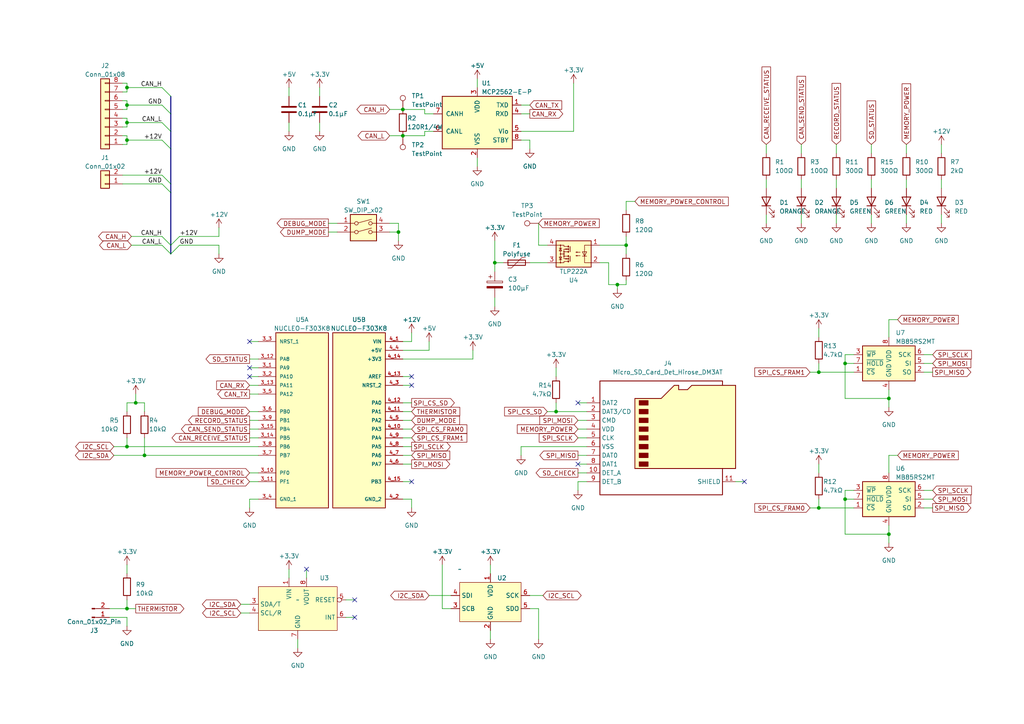
<source format=kicad_sch>
(kicad_sch (version 20230121) (generator eeschema)
  (paper "A4")
  (lib_symbols
    (symbol "Akizuki_BME280_Module:BME280"
      (property "Reference" "U" (at 12.7 2.54 0))
      (symbol "BME280_1_1"
        (pin power_in line (at 8.89 2.54 270) (length 2.54) (name "VDD") (number "1"))
        (pin power_in line (at 8.89 -13.97 90) (length 2.54) (name "GND") (number "2"))
        (pin power_in line (at -2.54 -7.62 0) (length 2.54) (name "SCB") (number "3"))
        (pin input line (at -2.54 -3.81 0) (length 2.54) (name "SDI") (number "4"))
        (pin output line (at 20.32 -7.62 180) (length 2.54) (name "SDO") (number "5"))
        (pin input line (at 20.32 -3.81 180) (length 2.54) (name "SCK") (number "6"))
      )
    )
    (symbol "Akizuki_BNO055_Module:BNO055"
      (property "Reference" "U" (at 6.35 5.08 0))
      (symbol "BNO055_1_1"
        (pin power_in line (at -2.54 6.35 270) (length 2.54) (name "VIN") (number "1"))
        (pin bidirectional line (at -13.97 -1.27 0) (length 2.54) (name "SDA/T") (number "3"))
        (pin bidirectional line (at -13.97 -3.81 0) (length 2.54) (name "SCL/R") (number "4"))
        (pin input inverted (at 13.97 0 180) (length 2.54) (name "RESET") (number "5"))
        (pin output line (at 13.97 -5.08 180) (length 2.54) (name "INT") (number "6"))
        (pin power_in line (at 0 -11.43 90) (length 2.54) (name "GND") (number "7"))
        (pin power_out line (at 2.54 6.35 270) (length 2.54) (name "VOUT") (number "8"))
      )
    )
    (symbol "Connector:Conn_01x02_Pin" (pin_names (offset 1.016) hide)
      (property "Reference" "J" (at 0 2.54 0))
      (property "Value" "Conn_01x02_Pin" (at 0 -5.08 0))
      (symbol "Conn_01x02_Pin_1_1"
        (pin passive line (at 5.08 0 180) (length 3.81) (name "Pin_1") (number "1"))
        (pin passive line (at 5.08 -2.54 180) (length 3.81) (name "Pin_2") (number "2"))
      )
    )
    (symbol "Connector:Micro_SD_Card_Det_Hirose_DM3AT"
      (property "Reference" "J" (at -16.51 17.78 0))
      (property "Value" "Micro_SD_Card_Det_Hirose_DM3AT" (at 16.51 17.78 0))
      (symbol "Micro_SD_Card_Det_Hirose_DM3AT_1_1"
        (pin bidirectional line (at -22.86 10.16 0) (length 3.81) (name "DAT2") (number "1"))
        (pin passive line (at -22.86 -10.16 0) (length 3.81) (name "DET_A") (number "10"))
        (pin passive line (at 20.32 -12.7 180) (length 3.81) (name "SHIELD") (number "11"))
        (pin bidirectional line (at -22.86 7.62 0) (length 3.81) (name "DAT3/CD") (number "2"))
        (pin input line (at -22.86 5.08 0) (length 3.81) (name "CMD") (number "3"))
        (pin power_in line (at -22.86 2.54 0) (length 3.81) (name "VDD") (number "4"))
        (pin input line (at -22.86 0 0) (length 3.81) (name "CLK") (number "5"))
        (pin power_in line (at -22.86 -2.54 0) (length 3.81) (name "VSS") (number "6"))
        (pin bidirectional line (at -22.86 -5.08 0) (length 3.81) (name "DAT0") (number "7"))
        (pin bidirectional line (at -22.86 -7.62 0) (length 3.81) (name "DAT1") (number "8"))
        (pin passive line (at -22.86 -12.7 0) (length 3.81) (name "DET_B") (number "9"))
      )
    )
    (symbol "Connector:TestPoint" (pin_numbers hide) (pin_names (offset 0.762) hide)
      (property "Reference" "TP" (at 0 6.858 0))
      (property "Value" "TestPoint" (at 0 5.08 0))
      (symbol "TestPoint_1_1"
        (pin passive line (at 0 0 90) (length 2.54) (name "1") (number "1"))
      )
    )
    (symbol "Connector_Generic:Conn_01x02" (pin_names (offset 1.016) hide)
      (property "Reference" "J" (at 0 2.54 0))
      (property "Value" "Conn_01x02" (at 0 -5.08 0))
      (symbol "Conn_01x02_1_1"
        (pin passive line (at -5.08 0 0) (length 3.81) (name "Pin_1") (number "1"))
        (pin passive line (at -5.08 -2.54 0) (length 3.81) (name "Pin_2") (number "2"))
      )
    )
    (symbol "Connector_Generic:Conn_01x08" (pin_names (offset 1.016) hide)
      (property "Reference" "J" (at 0 10.16 0))
      (property "Value" "Conn_01x08" (at 0 -12.7 0))
      (symbol "Conn_01x08_1_1"
        (pin passive line (at -5.08 7.62 0) (length 3.81) (name "Pin_1") (number "1"))
        (pin passive line (at -5.08 5.08 0) (length 3.81) (name "Pin_2") (number "2"))
        (pin passive line (at -5.08 2.54 0) (length 3.81) (name "Pin_3") (number "3"))
        (pin passive line (at -5.08 0 0) (length 3.81) (name "Pin_4") (number "4"))
        (pin passive line (at -5.08 -2.54 0) (length 3.81) (name "Pin_5") (number "5"))
        (pin passive line (at -5.08 -5.08 0) (length 3.81) (name "Pin_6") (number "6"))
        (pin passive line (at -5.08 -7.62 0) (length 3.81) (name "Pin_7") (number "7"))
        (pin passive line (at -5.08 -10.16 0) (length 3.81) (name "Pin_8") (number "8"))
      )
    )
    (symbol "Device:C" (pin_numbers hide) (pin_names (offset 0.254))
      (property "Reference" "C" (at 0.635 2.54 0))
      (property "Value" "C" (at 0.635 -2.54 0))
      (symbol "C_1_1"
        (pin passive line (at 0 3.81 270) (length 2.794) (name "~") (number "1"))
        (pin passive line (at 0 -3.81 90) (length 2.794) (name "~") (number "2"))
      )
    )
    (symbol "Device:C_Polarized" (pin_numbers hide) (pin_names (offset 0.254))
      (property "Reference" "C" (at 0.635 2.54 0))
      (property "Value" "C_Polarized" (at 0.635 -2.54 0))
      (symbol "C_Polarized_1_1"
        (pin passive line (at 0 3.81 270) (length 2.794) (name "~") (number "1"))
        (pin passive line (at 0 -3.81 90) (length 2.794) (name "~") (number "2"))
      )
    )
    (symbol "Device:LED" (pin_numbers hide) (pin_names (offset 1.016) hide)
      (property "Reference" "D" (at 0 2.54 0))
      (property "Value" "LED" (at 0 -2.54 0))
      (symbol "LED_1_1"
        (pin passive line (at -3.81 0 0) (length 2.54) (name "K") (number "1"))
        (pin passive line (at 3.81 0 180) (length 2.54) (name "A") (number "2"))
      )
    )
    (symbol "Device:Polyfuse" (pin_numbers hide) (pin_names (offset 0))
      (property "Reference" "F" (at -2.54 0 90))
      (property "Value" "Polyfuse" (at 2.54 0 90))
      (symbol "Polyfuse_1_1"
        (pin passive line (at 0 3.81 270) (length 1.27) (name "~") (number "1"))
        (pin passive line (at 0 -3.81 90) (length 1.27) (name "~") (number "2"))
      )
    )
    (symbol "Device:R" (pin_numbers hide) (pin_names (offset 0))
      (property "Reference" "R" (at 2.032 0 90))
      (property "Value" "R" (at 0 0 90))
      (symbol "R_1_1"
        (pin passive line (at 0 3.81 270) (length 1.27) (name "~") (number "1"))
        (pin passive line (at 0 -3.81 90) (length 1.27) (name "~") (number "2"))
      )
    )
    (symbol "Interface_CAN_LIN:MCP2562-E-P" (pin_names (offset 1.016))
      (property "Reference" "U" (at -10.16 8.89 0))
      (property "Value" "MCP2562-E-P" (at 2.54 8.89 0))
      (symbol "MCP2562-E-P_1_1"
        (pin input line (at -12.7 5.08 0) (length 2.54) (name "TXD") (number "1"))
        (pin power_in line (at 0 -10.16 90) (length 2.54) (name "VSS") (number "2"))
        (pin power_in line (at 0 10.16 270) (length 2.54) (name "VDD") (number "3"))
        (pin output line (at -12.7 2.54 0) (length 2.54) (name "RXD") (number "4"))
        (pin power_in line (at -12.7 -2.54 0) (length 2.54) (name "Vio") (number "5"))
        (pin bidirectional line (at 12.7 -2.54 180) (length 2.54) (name "CANL") (number "6"))
        (pin bidirectional line (at 12.7 2.54 180) (length 2.54) (name "CANH") (number "7"))
        (pin input line (at -12.7 -5.08 0) (length 2.54) (name "STBY") (number "8"))
      )
    )
    (symbol "Memory_NVRAM:MB85RS2MT" (pin_names (offset 1.016))
      (property "Reference" "U" (at -7.62 6.35 0))
      (property "Value" "MB85RS2MT" (at 1.27 6.35 0))
      (symbol "MB85RS2MT_1_1"
        (pin input line (at -10.16 -2.54 0) (length 2.54) (name "~{CS}") (number "1"))
        (pin output line (at 10.16 -2.54 180) (length 2.54) (name "SO") (number "2"))
        (pin input line (at -10.16 2.54 0) (length 2.54) (name "~{WP}") (number "3"))
        (pin power_in line (at 0 -7.62 90) (length 2.54) (name "GND") (number "4"))
        (pin input line (at 10.16 0 180) (length 2.54) (name "SI") (number "5"))
        (pin input line (at 10.16 2.54 180) (length 2.54) (name "SCK") (number "6"))
        (pin input line (at -10.16 0 0) (length 2.54) (name "~{HOLD}") (number "7"))
        (pin power_in line (at 0 7.62 270) (length 2.54) (name "VDD") (number "8"))
      )
    )
    (symbol "NUCLEO-F303K8:NUCLEO-F303K8" (pin_names (offset 1.016))
      (property "Reference" "U" (at -7.6292 25.9456 0))
      (property "Value" "NUCLEO-F303K8" (at -7.6233 -27.7005 0))
      (symbol "NUCLEO-F303K8_1_0"
        (pin bidirectional line (at 12.7 15.24 180) (length 5.08) (name "PA9") (number "3_1"))
        (pin bidirectional line (at 12.7 -15.24 180) (length 5.08) (name "PF0") (number "3_10"))
        (pin bidirectional line (at 12.7 -17.78 180) (length 5.08) (name "PF1") (number "3_11"))
        (pin bidirectional line (at 12.7 17.78 180) (length 5.08) (name "PA8") (number "3_12"))
        (pin bidirectional line (at 12.7 10.16 180) (length 5.08) (name "PA11") (number "3_13"))
        (pin bidirectional line (at 12.7 -5.08 180) (length 5.08) (name "PB5") (number "3_14"))
        (pin bidirectional line (at 12.7 -2.54 180) (length 5.08) (name "PB4") (number "3_15"))
        (pin bidirectional line (at 12.7 12.7 180) (length 5.08) (name "PA10") (number "3_2"))
        (pin bidirectional line (at 12.7 22.86 180) (length 5.08) (name "NRST_1") (number "3_3"))
        (pin power_in line (at 12.7 -22.86 180) (length 5.08) (name "GND_1") (number "3_4"))
        (pin bidirectional line (at 12.7 7.62 180) (length 5.08) (name "PA12") (number "3_5"))
        (pin bidirectional line (at 12.7 2.54 180) (length 5.08) (name "PB0") (number "3_6"))
        (pin bidirectional line (at 12.7 -10.16 180) (length 5.08) (name "PB7") (number "3_7"))
        (pin bidirectional line (at 12.7 -7.62 180) (length 5.08) (name "PB6") (number "3_8"))
        (pin bidirectional line (at 12.7 0 180) (length 5.08) (name "PB1") (number "3_9"))
      )
      (symbol "NUCLEO-F303K8_2_0"
        (pin power_in line (at 12.7 22.86 180) (length 5.08) (name "VIN") (number "4_1"))
        (pin bidirectional line (at 12.7 -2.54 180) (length 5.08) (name "PA3") (number "4_10"))
        (pin bidirectional line (at 12.7 2.54 180) (length 5.08) (name "PA1") (number "4_11"))
        (pin bidirectional line (at 12.7 5.08 180) (length 5.08) (name "PA0") (number "4_12"))
        (pin bidirectional line (at 12.7 12.7 180) (length 5.08) (name "AREF") (number "4_13"))
        (pin power_in line (at 12.7 17.78 180) (length 5.08) (name "+3V3") (number "4_14"))
        (pin bidirectional line (at 12.7 -17.78 180) (length 5.08) (name "PB3") (number "4_15"))
        (pin power_in line (at 12.7 -22.86 180) (length 5.08) (name "GND_2") (number "4_2"))
        (pin bidirectional line (at 12.7 10.16 180) (length 5.08) (name "NRST_2") (number "4_3"))
        (pin power_in line (at 12.7 20.32 180) (length 5.08) (name "+5V") (number "4_4"))
        (pin bidirectional line (at 12.7 0 180) (length 5.08) (name "PA2") (number "4_5"))
        (pin bidirectional line (at 12.7 -12.7 180) (length 5.08) (name "PA7") (number "4_6"))
        (pin bidirectional line (at 12.7 -10.16 180) (length 5.08) (name "PA6") (number "4_7"))
        (pin bidirectional line (at 12.7 -7.62 180) (length 5.08) (name "PA5") (number "4_8"))
        (pin bidirectional line (at 12.7 -5.08 180) (length 5.08) (name "PA4") (number "4_9"))
      )
    )
    (symbol "Relay_SolidState:TLP222A"
      (property "Reference" "U" (at -5.08 5.08 0))
      (property "Value" "TLP222A" (at 0 5.08 0))
      (symbol "TLP222A_1_1"
        (pin passive line (at -7.62 2.54 0) (length 2.54) (name "~") (number "1"))
        (pin passive line (at -7.62 -2.54 0) (length 2.54) (name "~") (number "2"))
        (pin passive line (at 7.62 -2.54 180) (length 2.54) (name "~") (number "3"))
        (pin passive line (at 7.62 2.54 180) (length 2.54) (name "~") (number "4"))
      )
    )
    (symbol "Switch:SW_DIP_x02" (pin_names (offset 0) hide)
      (property "Reference" "SW" (at 0 6.35 0))
      (property "Value" "SW_DIP_x02" (at 0 -3.81 0))
      (symbol "SW_DIP_x02_1_1"
        (pin passive line (at -7.62 2.54 0) (length 5.08) (name "~") (number "1"))
        (pin passive line (at -7.62 0 0) (length 5.08) (name "~") (number "2"))
        (pin passive line (at 7.62 0 180) (length 5.08) (name "~") (number "3"))
        (pin passive line (at 7.62 2.54 180) (length 5.08) (name "~") (number "4"))
      )
    )
    (symbol "power:+12V" (power) (pin_names (offset 0))
      (property "Value" "+12V" (at 0 3.556 0))
      (symbol "+12V_1_1"
        (pin power_in line (at 0 0 90) (length 0) hide (name "+12V") (number "1"))
      )
    )
    (symbol "power:+3.3V" (power) (pin_names (offset 0))
      (property "Value" "+3.3V" (at 0 3.556 0))
      (symbol "+3.3V_1_1"
        (pin power_in line (at 0 0 90) (length 0) hide (name "+3.3V") (number "1"))
      )
    )
    (symbol "power:+5V" (power) (pin_names (offset 0))
      (property "Value" "+5V" (at 0 3.556 0))
      (symbol "+5V_1_1"
        (pin power_in line (at 0 0 90) (length 0) hide (name "+5V") (number "1"))
      )
    )
    (symbol "power:GND" (power) (pin_names (offset 0))
      (property "Value" "GND" (at 0 -3.81 0))
      (symbol "GND_1_1"
        (pin power_in line (at 0 0 270) (length 0) hide (name "GND") (number "1"))
      )
    )
  )
  (junction (at 237.49 107.95))
  (junction (at 41.91 132.08))
  (junction (at 36.83 30.48))
  (junction (at 245.11 105.41))
  (junction (at 36.83 176.53))
  (junction (at 161.29 119.38))
  (junction (at 39.37 116.84))
  (junction (at 245.11 144.78))
  (junction (at 116.84 39.37))
  (junction (at 36.83 40.64))
  (junction (at 257.81 115.57))
  (junction (at 181.61 71.12))
  (junction (at 115.57 67.31))
  (junction (at 36.83 129.54))
  (junction (at 36.83 25.4))
  (junction (at 36.83 35.56))
  (junction (at 116.84 31.75))
  (junction (at 257.81 154.94))
  (junction (at 143.51 76.2))
  (junction (at 179.07 82.55))
  (junction (at 237.49 147.32))
  (no_connect (at 72.39 109.22))
  (no_connect (at 119.38 109.22))
  (no_connect (at 72.39 99.06))
  (no_connect (at 215.9 139.7))
  (no_connect (at 119.38 139.7))
  (no_connect (at 119.38 111.76))
  (no_connect (at 88.9 165.1))
  (no_connect (at 102.87 173.99))
  (no_connect (at 102.87 179.07))
  (no_connect (at 72.39 106.68))
  (no_connect (at 167.64 134.62))
  (no_connect (at 167.64 116.84))
  (bus_entry (at 46.99 25.4) (size 2.54 2.54))
  (bus_entry (at 46.99 35.56) (size 2.54 2.54))
  (bus_entry (at 49.53 71.12) (size 2.54 -2.54))
  (bus_entry (at 46.99 53.34) (size 2.54 2.54))
  (bus_entry (at 49.53 73.66) (size 2.54 -2.54))
  (bus_entry (at 46.99 40.64) (size 2.54 2.54))
  (bus_entry (at 46.99 50.8) (size 2.54 2.54))
  (bus_entry (at 46.99 30.48) (size 2.54 2.54))
  (bus_entry (at 49.53 73.66) (size -2.54 -2.54))
  (bus_entry (at 49.53 71.12) (size -2.54 -2.54))
  (wire (pts (xy 35.56 24.13) (xy 36.83 24.13)))
  (wire (pts (xy 173.99 76.2) (xy 176.53 76.2)))
  (wire (pts (xy 157.48 172.72) (xy 153.67 172.72)))
  (wire (pts (xy 242.57 41.91) (xy 242.57 44.45)))
  (wire (pts (xy 267.97 142.24) (xy 270.51 142.24)))
  (bus (pts (xy 49.53 33.02) (xy 49.53 38.1)))
  (wire (pts (xy 35.56 41.91) (xy 36.83 41.91)))
  (wire (pts (xy 36.83 31.75) (xy 36.83 30.48)))
  (wire (pts (xy 116.84 119.38) (xy 119.38 119.38)))
  (wire (pts (xy 46.99 68.58) (xy 38.1 68.58)))
  (wire (pts (xy 35.56 50.8) (xy 46.99 50.8)))
  (wire (pts (xy 72.39 147.32) (xy 72.39 144.78)))
  (wire (pts (xy 181.61 58.42) (xy 181.61 60.96)))
  (wire (pts (xy 35.56 29.21) (xy 36.83 29.21)))
  (wire (pts (xy 151.13 129.54) (xy 170.18 129.54)))
  (wire (pts (xy 36.83 116.84) (xy 39.37 116.84)))
  (wire (pts (xy 245.11 102.87) (xy 245.11 105.41)))
  (wire (pts (xy 181.61 71.12) (xy 173.99 71.12)))
  (wire (pts (xy 116.84 134.62) (xy 119.38 134.62)))
  (wire (pts (xy 143.51 86.36) (xy 143.51 88.9)))
  (wire (pts (xy 222.25 41.91) (xy 222.25 44.45)))
  (wire (pts (xy 156.21 64.77) (xy 156.21 71.12)))
  (wire (pts (xy 247.65 105.41) (xy 245.11 105.41)))
  (wire (pts (xy 116.84 144.78) (xy 119.38 144.78)))
  (wire (pts (xy 181.61 68.58) (xy 181.61 71.12)))
  (wire (pts (xy 167.64 121.92) (xy 170.18 121.92)))
  (wire (pts (xy 72.39 111.76) (xy 74.93 111.76)))
  (wire (pts (xy 247.65 144.78) (xy 245.11 144.78)))
  (wire (pts (xy 267.97 147.32) (xy 270.51 147.32)))
  (wire (pts (xy 167.64 139.7) (xy 170.18 139.7)))
  (wire (pts (xy 128.27 176.53) (xy 130.81 176.53)))
  (wire (pts (xy 36.83 129.54) (xy 74.93 129.54)))
  (wire (pts (xy 116.84 124.46) (xy 119.38 124.46)))
  (wire (pts (xy 267.97 105.41) (xy 270.51 105.41)))
  (wire (pts (xy 116.84 99.06) (xy 119.38 99.06)))
  (bus (pts (xy 49.53 27.94) (xy 49.53 33.02)))
  (wire (pts (xy 116.84 104.14) (xy 137.16 104.14)))
  (wire (pts (xy 232.41 62.23) (xy 232.41 64.77)))
  (wire (pts (xy 176.53 76.2) (xy 176.53 82.55)))
  (wire (pts (xy 116.84 121.92) (xy 119.38 121.92)))
  (wire (pts (xy 72.39 99.06) (xy 74.93 99.06)))
  (wire (pts (xy 245.11 144.78) (xy 245.11 154.94)))
  (wire (pts (xy 252.73 41.91) (xy 252.73 44.45)))
  (wire (pts (xy 36.83 41.91) (xy 36.83 40.64)))
  (wire (pts (xy 116.84 127) (xy 119.38 127)))
  (wire (pts (xy 153.67 40.64) (xy 153.67 43.18)))
  (wire (pts (xy 83.82 25.4) (xy 83.82 27.94)))
  (wire (pts (xy 222.25 62.23) (xy 222.25 64.77)))
  (bus (pts (xy 49.53 53.34) (xy 49.53 55.88)))
  (wire (pts (xy 41.91 132.08) (xy 74.93 132.08)))
  (wire (pts (xy 39.37 116.84) (xy 41.91 116.84)))
  (wire (pts (xy 142.24 185.42) (xy 142.24 182.88)))
  (wire (pts (xy 36.83 30.48) (xy 46.99 30.48)))
  (wire (pts (xy 36.83 163.83) (xy 36.83 166.37)))
  (wire (pts (xy 36.83 176.53) (xy 39.37 176.53)))
  (wire (pts (xy 124.46 172.72) (xy 130.81 172.72)))
  (wire (pts (xy 151.13 30.48) (xy 153.67 30.48)))
  (wire (pts (xy 245.11 115.57) (xy 257.81 115.57)))
  (wire (pts (xy 41.91 116.84) (xy 41.91 119.38)))
  (wire (pts (xy 232.41 52.07) (xy 232.41 54.61)))
  (wire (pts (xy 36.83 25.4) (xy 36.83 24.13)))
  (wire (pts (xy 151.13 33.02) (xy 153.67 33.02)))
  (wire (pts (xy 237.49 134.62) (xy 237.49 137.16)))
  (bus (pts (xy 49.53 71.12) (xy 49.53 73.66)))
  (wire (pts (xy 35.56 39.37) (xy 36.83 39.37)))
  (wire (pts (xy 247.65 102.87) (xy 245.11 102.87)))
  (wire (pts (xy 72.39 121.92) (xy 74.93 121.92)))
  (wire (pts (xy 158.75 119.38) (xy 161.29 119.38)))
  (wire (pts (xy 247.65 142.24) (xy 245.11 142.24)))
  (wire (pts (xy 273.05 52.07) (xy 273.05 54.61)))
  (wire (pts (xy 167.64 139.7) (xy 167.64 142.24)))
  (wire (pts (xy 35.56 26.67) (xy 36.83 26.67)))
  (wire (pts (xy 257.81 154.94) (xy 257.81 157.48)))
  (wire (pts (xy 33.02 132.08) (xy 41.91 132.08)))
  (wire (pts (xy 36.83 36.83) (xy 35.56 36.83)))
  (wire (pts (xy 36.83 39.37) (xy 36.83 40.64)))
  (wire (pts (xy 36.83 181.61) (xy 36.83 179.07)))
  (wire (pts (xy 63.5 68.58) (xy 52.07 68.58)))
  (wire (pts (xy 113.03 31.75) (xy 116.84 31.75)))
  (wire (pts (xy 95.25 67.31) (xy 97.79 67.31)))
  (wire (pts (xy 83.82 165.1) (xy 83.82 167.64)))
  (wire (pts (xy 143.51 76.2) (xy 146.05 76.2)))
  (wire (pts (xy 222.25 52.07) (xy 222.25 54.61)))
  (wire (pts (xy 63.5 66.04) (xy 63.5 68.58)))
  (wire (pts (xy 113.03 67.31) (xy 115.57 67.31)))
  (wire (pts (xy 123.19 33.02) (xy 123.19 31.75)))
  (wire (pts (xy 242.57 62.23) (xy 242.57 64.77)))
  (bus (pts (xy 49.53 38.1) (xy 49.53 43.18)))
  (wire (pts (xy 237.49 144.78) (xy 237.49 147.32)))
  (wire (pts (xy 161.29 106.68) (xy 161.29 109.22)))
  (wire (pts (xy 115.57 67.31) (xy 115.57 69.85)))
  (wire (pts (xy 167.64 124.46) (xy 170.18 124.46)))
  (wire (pts (xy 167.64 127) (xy 170.18 127)))
  (wire (pts (xy 116.84 101.6) (xy 124.46 101.6)))
  (wire (pts (xy 113.03 39.37) (xy 116.84 39.37)))
  (wire (pts (xy 260.35 132.08) (xy 257.81 132.08)))
  (wire (pts (xy 179.07 82.55) (xy 179.07 83.82)))
  (wire (pts (xy 92.71 35.56) (xy 92.71 38.1)))
  (wire (pts (xy 41.91 127) (xy 41.91 132.08)))
  (wire (pts (xy 267.97 102.87) (xy 270.51 102.87)))
  (bus (pts (xy 49.53 55.88) (xy 49.53 71.12)))
  (wire (pts (xy 124.46 99.06) (xy 124.46 101.6)))
  (wire (pts (xy 72.39 124.46) (xy 74.93 124.46)))
  (wire (pts (xy 31.75 179.07) (xy 36.83 179.07)))
  (wire (pts (xy 128.27 163.83) (xy 128.27 176.53)))
  (wire (pts (xy 138.43 45.72) (xy 138.43 48.26)))
  (wire (pts (xy 153.67 76.2) (xy 158.75 76.2)))
  (wire (pts (xy 33.02 129.54) (xy 36.83 129.54)))
  (wire (pts (xy 267.97 144.78) (xy 270.51 144.78)))
  (wire (pts (xy 39.37 114.3) (xy 39.37 116.84)))
  (wire (pts (xy 257.81 113.03) (xy 257.81 115.57)))
  (wire (pts (xy 36.83 30.48) (xy 36.83 29.21)))
  (wire (pts (xy 72.39 109.22) (xy 74.93 109.22)))
  (wire (pts (xy 143.51 76.2) (xy 143.51 78.74)))
  (wire (pts (xy 115.57 64.77) (xy 115.57 67.31)))
  (wire (pts (xy 46.99 71.12) (xy 38.1 71.12)))
  (wire (pts (xy 156.21 176.53) (xy 153.67 176.53)))
  (wire (pts (xy 36.83 25.4) (xy 36.83 26.67)))
  (wire (pts (xy 167.64 116.84) (xy 170.18 116.84)))
  (wire (pts (xy 167.64 132.08) (xy 170.18 132.08)))
  (wire (pts (xy 151.13 132.08) (xy 151.13 129.54)))
  (wire (pts (xy 36.83 119.38) (xy 36.83 116.84)))
  (wire (pts (xy 237.49 147.32) (xy 247.65 147.32)))
  (wire (pts (xy 36.83 40.64) (xy 46.99 40.64)))
  (wire (pts (xy 125.73 33.02) (xy 123.19 33.02)))
  (bus (pts (xy 49.53 43.18) (xy 49.53 53.34)))
  (wire (pts (xy 167.64 137.16) (xy 170.18 137.16)))
  (wire (pts (xy 119.38 139.7) (xy 116.84 139.7)))
  (wire (pts (xy 69.85 175.26) (xy 72.39 175.26)))
  (wire (pts (xy 156.21 185.42) (xy 156.21 176.53)))
  (wire (pts (xy 95.25 64.77) (xy 97.79 64.77)))
  (wire (pts (xy 100.33 179.07) (xy 102.87 179.07)))
  (wire (pts (xy 232.41 41.91) (xy 232.41 44.45)))
  (wire (pts (xy 36.83 173.99) (xy 36.83 176.53)))
  (wire (pts (xy 245.11 154.94) (xy 257.81 154.94)))
  (wire (pts (xy 92.71 25.4) (xy 92.71 27.94)))
  (wire (pts (xy 116.84 129.54) (xy 119.38 129.54)))
  (wire (pts (xy 86.36 185.42) (xy 86.36 187.96)))
  (wire (pts (xy 36.83 34.29) (xy 36.83 35.56)))
  (wire (pts (xy 184.15 58.42) (xy 181.61 58.42)))
  (wire (pts (xy 234.95 147.32) (xy 237.49 147.32)))
  (wire (pts (xy 245.11 142.24) (xy 245.11 144.78)))
  (wire (pts (xy 123.19 38.1) (xy 123.19 39.37)))
  (wire (pts (xy 116.84 132.08) (xy 119.38 132.08)))
  (wire (pts (xy 213.36 139.7) (xy 215.9 139.7)))
  (wire (pts (xy 72.39 127) (xy 74.93 127)))
  (wire (pts (xy 36.83 25.4) (xy 46.99 25.4)))
  (wire (pts (xy 88.9 165.1) (xy 88.9 167.64)))
  (wire (pts (xy 156.21 71.12) (xy 158.75 71.12)))
  (wire (pts (xy 262.89 52.07) (xy 262.89 54.61)))
  (wire (pts (xy 35.56 31.75) (xy 36.83 31.75)))
  (wire (pts (xy 72.39 137.16) (xy 74.93 137.16)))
  (wire (pts (xy 242.57 52.07) (xy 242.57 54.61)))
  (wire (pts (xy 234.95 107.95) (xy 237.49 107.95)))
  (wire (pts (xy 142.24 163.83) (xy 142.24 166.37)))
  (wire (pts (xy 245.11 105.41) (xy 245.11 115.57)))
  (wire (pts (xy 237.49 107.95) (xy 247.65 107.95)))
  (wire (pts (xy 167.64 134.62) (xy 170.18 134.62)))
  (wire (pts (xy 257.81 92.71) (xy 257.81 97.79)))
  (wire (pts (xy 252.73 62.23) (xy 252.73 64.77)))
  (wire (pts (xy 100.33 173.99) (xy 102.87 173.99)))
  (wire (pts (xy 181.61 71.12) (xy 181.61 73.66)))
  (wire (pts (xy 31.75 176.53) (xy 36.83 176.53)))
  (wire (pts (xy 72.39 114.3) (xy 74.93 114.3)))
  (wire (pts (xy 166.37 24.13) (xy 166.37 38.1)))
  (wire (pts (xy 161.29 119.38) (xy 170.18 119.38)))
  (wire (pts (xy 137.16 101.6) (xy 137.16 104.14)))
  (wire (pts (xy 119.38 147.32) (xy 119.38 144.78)))
  (wire (pts (xy 179.07 82.55) (xy 181.61 82.55)))
  (wire (pts (xy 116.84 39.37) (xy 123.19 39.37)))
  (wire (pts (xy 260.35 92.71) (xy 257.81 92.71)))
  (wire (pts (xy 237.49 105.41) (xy 237.49 107.95)))
  (wire (pts (xy 273.05 41.91) (xy 273.05 44.45)))
  (wire (pts (xy 119.38 109.22) (xy 116.84 109.22)))
  (wire (pts (xy 273.05 62.23) (xy 273.05 64.77)))
  (wire (pts (xy 119.38 111.76) (xy 116.84 111.76)))
  (wire (pts (xy 262.89 41.91) (xy 262.89 44.45)))
  (wire (pts (xy 262.89 62.23) (xy 262.89 64.77)))
  (wire (pts (xy 63.5 71.12) (xy 52.07 71.12)))
  (wire (pts (xy 143.51 69.85) (xy 143.51 76.2)))
  (wire (pts (xy 69.85 177.8) (xy 72.39 177.8)))
  (wire (pts (xy 161.29 116.84) (xy 161.29 119.38)))
  (wire (pts (xy 36.83 35.56) (xy 46.99 35.56)))
  (wire (pts (xy 113.03 64.77) (xy 115.57 64.77)))
  (wire (pts (xy 119.38 96.52) (xy 119.38 99.06)))
  (wire (pts (xy 138.43 22.86) (xy 138.43 25.4)))
  (wire (pts (xy 151.13 38.1) (xy 166.37 38.1)))
  (wire (pts (xy 237.49 95.25) (xy 237.49 97.79)))
  (wire (pts (xy 35.56 53.34) (xy 46.99 53.34)))
  (wire (pts (xy 151.13 40.64) (xy 153.67 40.64)))
  (wire (pts (xy 72.39 144.78) (xy 74.93 144.78)))
  (wire (pts (xy 257.81 132.08) (xy 257.81 137.16)))
  (wire (pts (xy 116.84 116.84) (xy 119.38 116.84)))
  (wire (pts (xy 72.39 106.68) (xy 74.93 106.68)))
  (wire (pts (xy 72.39 104.14) (xy 74.93 104.14)))
  (wire (pts (xy 36.83 35.56) (xy 36.83 36.83)))
  (wire (pts (xy 72.39 119.38) (xy 74.93 119.38)))
  (wire (pts (xy 176.53 82.55) (xy 179.07 82.55)))
  (wire (pts (xy 36.83 127) (xy 36.83 129.54)))
  (wire (pts (xy 125.73 38.1) (xy 123.19 38.1)))
  (wire (pts (xy 83.82 35.56) (xy 83.82 38.1)))
  (wire (pts (xy 72.39 139.7) (xy 74.93 139.7)))
  (wire (pts (xy 252.73 52.07) (xy 252.73 54.61)))
  (wire (pts (xy 35.56 34.29) (xy 36.83 34.29)))
  (wire (pts (xy 267.97 107.95) (xy 270.51 107.95)))
  (wire (pts (xy 116.84 31.75) (xy 123.19 31.75)))
  (wire (pts (xy 181.61 82.55) (xy 181.61 81.28)))
  (wire (pts (xy 257.81 115.57) (xy 257.81 118.11)))
  (wire (pts (xy 257.81 152.4) (xy 257.81 154.94)))
  (wire (pts (xy 63.5 73.66) (xy 63.5 71.12)))
  (label "+12V" (at 46.99 50.8 180))
  (label "CAN_L" (at 46.99 35.56 180))
  (label "CAN_H" (at 46.99 25.4 180))
  (label "GND" (at 46.99 53.34 180))
  (label "+12V" (at 46.99 40.64 180))
  (label "GND" (at 52.07 71.12 0))
  (label "CAN_H" (at 46.99 68.58 180))
  (label "+12V" (at 52.07 68.58 0))
  (label "GND" (at 46.99 30.48 180))
  (label "CAN_L" (at 46.99 71.12 180))
  (global_label "SPI_CS_SD" (shape input) (at 158.75 119.38 180) (property "Intersheetrefs" "${INTERSHEET_REFS}" (effects hide)))
  (global_label "MEMORY_POWER_CONTROL" (shape input) (at 184.15 58.42 0) (property "Intersheetrefs" "${INTERSHEET_REFS}" (effects hide)))
  (global_label "SPI_MISO" (shape output) (at 167.64 132.08 180) (property "Intersheetrefs" "${INTERSHEET_REFS}" (effects hide)))
  (global_label "SPI_MISO" (shape output) (at 270.51 107.95 0) (property "Intersheetrefs" "${INTERSHEET_REFS}" (effects hide)))
  (global_label "CAN_L" (shape bidirectional) (at 113.03 39.37 180) (property "Intersheetrefs" "${INTERSHEET_REFS}" (effects hide)))
  (global_label "SD_CHECK" (shape input) (at 72.39 139.7 180) (property "Intersheetrefs" "${INTERSHEET_REFS}" (effects hide)))
  (global_label "DUMP_MODE" (shape output) (at 95.25 67.31 180) (property "Intersheetrefs" "${INTERSHEET_REFS}" (effects hide)))
  (global_label "SPI_SCLK" (shape input) (at 270.51 102.87 0) (property "Intersheetrefs" "${INTERSHEET_REFS}" (effects hide)))
  (global_label "MEMORY_POWER_CONTROL" (shape input) (at 72.39 137.16 180) (property "Intersheetrefs" "${INTERSHEET_REFS}" (effects hide)))
  (global_label "MEMORY_POWER" (shape input) (at 260.35 132.08 0) (property "Intersheetrefs" "${INTERSHEET_REFS}" (effects hide)))
  (global_label "CAN_TX" (shape input) (at 153.67 30.48 0) (property "Intersheetrefs" "${INTERSHEET_REFS}" (effects hide)))
  (global_label "DEBUG_MODE" (shape input) (at 72.39 119.38 180) (property "Intersheetrefs" "${INTERSHEET_REFS}" (effects hide)))
  (global_label "I2C_SCL" (shape bidirectional) (at 33.02 129.54 180) (property "Intersheetrefs" "${INTERSHEET_REFS}" (effects hide)))
  (global_label "SPI_SCLK" (shape input) (at 270.51 142.24 0) (property "Intersheetrefs" "${INTERSHEET_REFS}" (effects hide)))
  (global_label "SPI_MOSI" (shape input) (at 270.51 144.78 0) (property "Intersheetrefs" "${INTERSHEET_REFS}" (effects hide)))
  (global_label "CAN_H" (shape bidirectional) (at 113.03 31.75 180) (property "Intersheetrefs" "${INTERSHEET_REFS}" (effects hide)))
  (global_label "MEMORY_POWER" (shape input) (at 260.35 92.71 0) (property "Intersheetrefs" "${INTERSHEET_REFS}" (effects hide)))
  (global_label "SPI_MOSI" (shape input) (at 270.51 105.41 0) (property "Intersheetrefs" "${INTERSHEET_REFS}" (effects hide)))
  (global_label "DEBUG_MODE" (shape output) (at 95.25 64.77 180) (property "Intersheetrefs" "${INTERSHEET_REFS}" (effects hide)))
  (global_label "CAN_RX" (shape output) (at 153.67 33.02 0) (property "Intersheetrefs" "${INTERSHEET_REFS}" (effects hide)))
  (global_label "I2C_SDA" (shape bidirectional) (at 33.02 132.08 180) (property "Intersheetrefs" "${INTERSHEET_REFS}" (effects hide)))
  (global_label "I2C_SDA" (shape bidirectional) (at 124.46 172.72 180) (property "Intersheetrefs" "${INTERSHEET_REFS}" (effects hide)))
  (global_label "CAN_L" (shape bidirectional) (at 38.1 71.12 180) (property "Intersheetrefs" "${INTERSHEET_REFS}" (effects hide)))
  (global_label "CAN_RECEIVE_STATUS" (shape input) (at 222.25 41.91 90) (property "Intersheetrefs" "${INTERSHEET_REFS}" (effects hide)))
  (global_label "CAN_TX" (shape output) (at 72.39 114.3 180) (property "Intersheetrefs" "${INTERSHEET_REFS}" (effects hide)))
  (global_label "SD_STATUS" (shape output) (at 72.39 104.14 180) (property "Intersheetrefs" "${INTERSHEET_REFS}" (effects hide)))
  (global_label "MEMORY_POWER" (shape input) (at 156.21 64.77 0) (property "Intersheetrefs" "${INTERSHEET_REFS}" (effects hide)))
  (global_label "DUMP_MODE" (shape input) (at 119.38 121.92 0) (property "Intersheetrefs" "${INTERSHEET_REFS}" (effects hide)))
  (global_label "SPI_MISO" (shape output) (at 270.51 147.32 0) (property "Intersheetrefs" "${INTERSHEET_REFS}" (effects hide)))
  (global_label "SPI_SCLK" (shape input) (at 167.64 127 180) (property "Intersheetrefs" "${INTERSHEET_REFS}" (effects hide)))
  (global_label "THERMISTOR" (shape input) (at 119.38 119.38 0) (property "Intersheetrefs" "${INTERSHEET_REFS}" (effects hide)))
  (global_label "SPI_CS_FRAM0" (shape input) (at 234.95 147.32 180) (property "Intersheetrefs" "${INTERSHEET_REFS}" (effects hide)))
  (global_label "SPI_MOSI" (shape input) (at 167.64 121.92 180) (property "Intersheetrefs" "${INTERSHEET_REFS}" (effects hide)))
  (global_label "CAN_RX" (shape input) (at 72.39 111.76 180) (property "Intersheetrefs" "${INTERSHEET_REFS}" (effects hide)))
  (global_label "SPI_MOSI" (shape output) (at 119.38 134.62 0) (property "Intersheetrefs" "${INTERSHEET_REFS}" (effects hide)))
  (global_label "THERMISTOR" (shape output) (at 39.37 176.53 0) (property "Intersheetrefs" "${INTERSHEET_REFS}" (effects hide)))
  (global_label "I2C_SDA" (shape bidirectional) (at 69.85 175.26 180) (property "Intersheetrefs" "${INTERSHEET_REFS}" (effects hide)))
  (global_label "CAN_SEND_STATUS" (shape input) (at 232.41 41.91 90) (property "Intersheetrefs" "${INTERSHEET_REFS}" (effects hide)))
  (global_label "CAN_RECEIVE_STATUS" (shape output) (at 72.39 127 180) (property "Intersheetrefs" "${INTERSHEET_REFS}" (effects hide)))
  (global_label "SD_CHECK" (shape output) (at 167.64 137.16 180) (property "Intersheetrefs" "${INTERSHEET_REFS}" (effects hide)))
  (global_label "SPI_CS_FRAM1" (shape input) (at 234.95 107.95 180) (property "Intersheetrefs" "${INTERSHEET_REFS}" (effects hide)))
  (global_label "I2C_SCL" (shape bidirectional) (at 157.48 172.72 0) (property "Intersheetrefs" "${INTERSHEET_REFS}" (effects hide)))
  (global_label "SPI_MISO" (shape input) (at 119.38 132.08 0) (property "Intersheetrefs" "${INTERSHEET_REFS}" (effects hide)))
  (global_label "I2C_SCL" (shape bidirectional) (at 69.85 177.8 180) (property "Intersheetrefs" "${INTERSHEET_REFS}" (effects hide)))
  (global_label "RECORD_STATUS" (shape output) (at 72.39 121.92 180) (property "Intersheetrefs" "${INTERSHEET_REFS}" (effects hide)))
  (global_label "SPI_CS_FRAM1" (shape input) (at 119.38 127 0) (property "Intersheetrefs" "${INTERSHEET_REFS}" (effects hide)))
  (global_label "SPI_CS_FRAM0" (shape input) (at 119.38 124.46 0) (property "Intersheetrefs" "${INTERSHEET_REFS}" (effects hide)))
  (global_label "CAN_H" (shape bidirectional) (at 38.1 68.58 180) (property "Intersheetrefs" "${INTERSHEET_REFS}" (effects hide)))
  (global_label "SPI_SCLK" (shape output) (at 119.38 129.54 0) (property "Intersheetrefs" "${INTERSHEET_REFS}" (effects hide)))
  (global_label "CAN_SEND_STATUS" (shape output) (at 72.39 124.46 180) (property "Intersheetrefs" "${INTERSHEET_REFS}" (effects hide)))
  (global_label "MEMORY_POWER" (shape input) (at 167.64 124.46 180) (property "Intersheetrefs" "${INTERSHEET_REFS}" (effects hide)))
  (global_label "SPI_CS_SD" (shape output) (at 119.38 116.84 0) (property "Intersheetrefs" "${INTERSHEET_REFS}" (effects hide)))
  (global_label "SD_STATUS" (shape input) (at 252.73 41.91 90) (property "Intersheetrefs" "${INTERSHEET_REFS}" (effects hide)))
  (global_label "RECORD_STATUS" (shape input) (at 242.57 41.91 90) (property "Intersheetrefs" "${INTERSHEET_REFS}" (effects hide)))
  (global_label "MEMORY_POWER" (shape input) (at 262.89 41.91 90) (property "Intersheetrefs" "${INTERSHEET_REFS}" (effects hide)))
  (symbol (lib_id "power:GND") (at 262.89 64.77 0) (unit 1)
    (property "Reference" "#PWR041" (effects hide))
    (property "Value" "GND" (at 262.89 69.85 0))
  )
  (symbol (lib_id "Device:R") (at 181.61 64.77 0) (unit 1)
    (property "Reference" "R8" (at 184.15 64.135 0) (effects (justify left)))
    (property "Value" "120Ω" (at 184.15 66.675 0) (effects (justify left)))
    (property "Footprint" "Resistor_SMD:R_0603_1608Metric_Pad0.98x0.95mm_HandSolder" (effects hide))
  )
  (symbol (lib_id "Switch:SW_DIP_x02") (at 105.41 67.31 0) (unit 1)
    (property "Reference" "SW1" (at 105.41 58.42 0))
    (property "Value" "SW_DIP_x02" (at 105.41 60.96 0))
    (property "Footprint" "Button_Switch_THT:SW_DIP_SPSTx02_Piano_10.8x6.64mm_W7.62mm_P2.54mm" (effects hide))
  )
  (symbol (lib_id "Device:LED") (at 252.73 58.42 90) (unit 1)
    (property "Reference" "D6" (at 256.54 58.7374 90) (effects (justify right)))
    (property "Value" "GREEN" (at 256.54 61.2774 90) (effects (justify right)))
    (property "Footprint" "LED_SMD:LED_0603_1608Metric_Pad1.05x0.95mm_HandSolder" (effects hide))
  )
  (symbol (lib_id "power:GND") (at 257.81 157.48 0) (unit 1)
    (property "Reference" "#PWR040" (effects hide))
    (property "Value" "GND" (at 257.81 162.56 0))
  )
  (symbol (lib_id "power:+3.3V") (at 83.82 165.1 0) (unit 1)
    (property "Reference" "#PWR010" (effects hide))
    (property "Value" "+3.3V" (at 83.82 161.29 0))
  )
  (symbol (lib_id "Device:R") (at 252.73 48.26 0) (unit 1)
    (property "Reference" "R15" (at 255.27 46.9899 0) (effects (justify left)))
    (property "Value" "300Ω" (at 255.27 49.5299 0) (effects (justify left)))
    (property "Footprint" "Resistor_SMD:R_0603_1608Metric_Pad0.98x0.95mm_HandSolder" (effects hide))
  )
  (symbol (lib_id "power:+3.3V") (at 161.29 106.68 0) (mirror y) (unit 1)
    (property "Reference" "#PWR029" (effects hide))
    (property "Value" "+3.3V" (at 161.29 102.87 0))
  )
  (symbol (lib_id "Device:R") (at 232.41 48.26 0) (unit 1)
    (property "Reference" "R3" (at 234.95 46.9899 0) (effects (justify left)))
    (property "Value" "100Ω" (at 234.95 49.5299 0) (effects (justify left)))
    (property "Footprint" "Resistor_SMD:R_0603_1608Metric_Pad0.98x0.95mm_HandSolder" (effects hide))
  )
  (symbol (lib_id "power:GND") (at 222.25 64.77 0) (unit 1)
    (property "Reference" "#PWR033" (effects hide))
    (property "Value" "GND" (at 222.25 69.85 0))
  )
  (symbol (lib_id "Device:R") (at 273.05 48.26 0) (unit 1)
    (property "Reference" "R7" (at 275.59 46.9899 0) (effects (justify left)))
    (property "Value" "2kΩ" (at 275.59 49.5299 0) (effects (justify left)))
    (property "Footprint" "Resistor_SMD:R_0603_1608Metric_Pad0.98x0.95mm_HandSolder" (effects hide))
  )
  (symbol (lib_id "power:GND") (at 151.13 132.08 0) (unit 1)
    (property "Reference" "#PWR026" (effects hide))
    (property "Value" "GND" (at 151.13 137.16 0))
  )
  (symbol (lib_id "power:+12V") (at 273.05 41.91 0) (unit 1)
    (property "Reference" "#PWR042" (effects hide))
    (property "Value" "+12V" (at 273.05 38.1 0))
  )
  (symbol (lib_id "Device:R") (at 36.83 170.18 0) (unit 1)
    (property "Reference" "R9" (at 39.37 169.545 0) (effects (justify left)))
    (property "Value" "10kΩ" (at 39.37 172.085 0) (effects (justify left)))
    (property "Footprint" "Resistor_SMD:R_0603_1608Metric_Pad0.98x0.95mm_HandSolder" (effects hide))
  )
  (symbol (lib_id "power:GND") (at 36.83 181.61 0) (unit 1)
    (property "Reference" "#PWR02" (effects hide))
    (property "Value" "GND" (at 36.83 186.69 0))
  )
  (symbol (lib_id "power:+5V") (at 124.46 99.06 0) (unit 1)
    (property "Reference" "#PWR017" (effects hide))
    (property "Value" "+5V" (at 124.46 95.25 0))
  )
  (symbol (lib_id "power:+3.3V") (at 237.49 95.25 0) (unit 1)
    (property "Reference" "#PWR035" (effects hide))
    (property "Value" "+3.3V" (at 237.49 91.44 0))
  )
  (symbol (lib_id "power:GND") (at 252.73 64.77 0) (unit 1)
    (property "Reference" "#PWR038" (effects hide))
    (property "Value" "GND" (at 252.73 69.85 0))
  )
  (symbol (lib_id "Device:LED") (at 242.57 58.42 90) (unit 1)
    (property "Reference" "D5" (at 246.38 58.7374 90) (effects (justify right)))
    (property "Value" "GREEN" (at 246.38 61.2774 90) (effects (justify right)))
    (property "Footprint" "LED_SMD:LED_0603_1608Metric_Pad1.05x0.95mm_HandSolder" (effects hide))
  )
  (symbol (lib_id "Device:R") (at 161.29 113.03 0) (mirror y) (unit 1)
    (property "Reference" "R14" (at 160.02 111.76 0) (effects (justify left)))
    (property "Value" "4.7kΩ" (at 160.02 114.3 0) (effects (justify left)))
    (property "Footprint" "Resistor_SMD:R_0603_1608Metric_Pad0.98x0.95mm_HandSolder" (effects hide))
  )
  (symbol (lib_id "Connector:Conn_01x02_Pin") (at 26.67 179.07 0) (mirror x) (unit 1)
    (property "Reference" "J3" (at 27.305 182.88 0))
    (property "Value" "Conn_01x02_Pin" (at 27.305 180.34 0))
    (property "Footprint" "Hirose_Connector:Hirose_DF1B" (effects hide))
  )
  (symbol (lib_id "Device:C") (at 92.71 31.75 0) (unit 1)
    (property "Reference" "C2" (at 95.25 30.48 0) (effects (justify left)))
    (property "Value" "0.1μF" (at 95.25 33.02 0) (effects (justify left)))
    (property "Footprint" "Capacitor_SMD:C_0603_1608Metric_Pad1.08x0.95mm_HandSolder" (effects hide))
  )
  (symbol (lib_id "power:+3.3V") (at 92.71 25.4 0) (unit 1)
    (property "Reference" "#PWR013" (effects hide))
    (property "Value" "+3.3V" (at 92.71 21.59 0))
  )
  (symbol (lib_id "power:+3.3V") (at 137.16 101.6 0) (unit 1)
    (property "Reference" "#PWR019" (effects hide))
    (property "Value" "+3.3V" (at 137.16 97.79 0))
  )
  (symbol (lib_id "power:+12V") (at 63.5 66.04 0) (mirror y) (unit 1)
    (property "Reference" "#PWR04" (effects hide))
    (property "Value" "+12V" (at 63.5 62.23 0))
  )
  (symbol (lib_id "Device:R") (at 242.57 48.26 0) (unit 1)
    (property "Reference" "R11" (at 245.11 46.9899 0) (effects (justify left)))
    (property "Value" "300Ω" (at 245.11 49.5299 0) (effects (justify left)))
    (property "Footprint" "Resistor_SMD:R_0603_1608Metric_Pad0.98x0.95mm_HandSolder" (effects hide))
  )
  (symbol (lib_id "power:+3.3V") (at 128.27 163.83 0) (unit 1)
    (property "Reference" "#PWR018" (effects hide))
    (property "Value" "+3.3V" (at 128.27 160.02 0))
  )
  (symbol (lib_id "Memory_NVRAM:MB85RS2MT") (at 257.81 144.78 0) (unit 1)
    (property "Reference" "U6" (at 259.7659 135.89 0) (effects (justify left)))
    (property "Value" "MB85RS2MT" (at 259.7659 138.43 0) (effects (justify left)))
    (property "Footprint" "Package_DIP:DIP-8_W7.62mm" (effects hide))
    (property "Datasheet" "http://www.fujitsu.com/downloads/MICRO/fsa/pdf/products/memory/fram/MB85RS16-DS501-00014-6v0-E.pdf" (effects hide))
  )
  (symbol (lib_id "Interface_CAN_LIN:MCP2562-E-P") (at 138.43 35.56 0) (mirror y) (unit 1)
    (property "Reference" "U1" (at 139.7 24.13 0) (effects (justify right)))
    (property "Value" "MCP2562-E-P" (at 139.7 26.67 0) (effects (justify right)))
    (property "Footprint" "Package_DIP:DIP-8_W7.62mm" (effects hide))
    (property "Datasheet" "http://ww1.microchip.com/downloads/en/DeviceDoc/25167A.pdf" (effects hide))
  )
  (symbol (lib_id "power:+5V") (at 83.82 25.4 0) (unit 1)
    (property "Reference" "#PWR08" (effects hide))
    (property "Value" "+5V" (at 83.82 21.59 0))
  )
  (symbol (lib_id "power:GND") (at 142.24 185.42 0) (unit 1)
    (property "Reference" "#PWR023" (effects hide))
    (property "Value" "GND" (at 142.24 190.5 0))
  )
  (symbol (lib_id "Connector:TestPoint") (at 156.21 64.77 90) (unit 1)
    (property "Reference" "TP3" (at 152.908 59.69 90))
    (property "Value" "TestPoint" (at 152.908 62.23 90))
    (property "Footprint" "Connector_Pin:Pin_D1.0mm_L10.0mm" (effects hide))
  )
  (symbol (lib_id "Connector_Generic:Conn_01x08") (at 30.48 34.29 180) (unit 1)
    (property "Reference" "J2" (at 30.48 19.05 0))
    (property "Value" "Conn_01x08" (at 30.48 21.59 0))
    (property "Footprint" "Connector_Hirose:Hirose_DF11-8DP-2DSA_2x04_P2.00mm_Vertical" (effects hide))
  )
  (symbol (lib_id "power:GND") (at 119.38 147.32 0) (unit 1)
    (property "Reference" "#PWR016" (effects hide))
    (property "Value" "GND" (at 119.38 152.4 0))
  )
  (symbol (lib_id "Connector:TestPoint") (at 116.84 39.37 180) (unit 1)
    (property "Reference" "TP2" (at 119.38 42.037 0) (effects (justify right)))
    (property "Value" "TestPoint" (at 119.38 44.577 0) (effects (justify right)))
    (property "Footprint" "Connector_Pin:Pin_D1.0mm_L10.0mm" (effects hide))
  )
  (symbol (lib_id "power:GND") (at 115.57 69.85 0) (mirror y) (unit 1)
    (property "Reference" "#PWR044" (effects hide))
    (property "Value" "GND" (at 115.57 74.93 0))
  )
  (symbol (lib_id "Device:R") (at 262.89 48.26 0) (unit 1)
    (property "Reference" "R10" (at 265.43 46.9899 0) (effects (justify left)))
    (property "Value" "300Ω" (at 265.43 49.5299 0) (effects (justify left)))
    (property "Footprint" "Resistor_SMD:R_0603_1608Metric_Pad0.98x0.95mm_HandSolder" (effects hide))
  )
  (symbol (lib_id "Device:Polyfuse") (at 149.86 76.2 90) (unit 1)
    (property "Reference" "F1" (at 149.86 71.12 90))
    (property "Value" "Polyfuse" (at 149.86 73.66 90))
    (property "Footprint" "Fuse:Fuse_1206_3216Metric_Pad1.42x1.75mm_HandSolder" (effects hide))
  )
  (symbol (lib_id "power:GND") (at 257.81 118.11 0) (unit 1)
    (property "Reference" "#PWR039" (effects hide))
    (property "Value" "GND" (at 257.81 123.19 0))
  )
  (symbol (lib_id "Device:R") (at 237.49 140.97 0) (unit 1)
    (property "Reference" "R12" (at 238.76 139.7 0) (effects (justify left)))
    (property "Value" "4.7kΩ" (at 238.76 142.24 0) (effects (justify left)))
    (property "Footprint" "Resistor_SMD:R_0603_1608Metric_Pad0.98x0.95mm_HandSolder" (effects hide))
  )
  (symbol (lib_id "Akizuki_BME280_Module:BME280") (at 133.35 168.91 0) (unit 1)
    (property "Reference" "U2" (at 144.1959 167.64 0) (effects (justify left)))
    (property "Value" "~" (at 133.35 165.1 0))
    (property "Footprint" "Akizuki_BME280_Module:BME280" (effects hide))
  )
  (symbol (lib_id "Device:C") (at 83.82 31.75 0) (unit 1)
    (property "Reference" "C1" (at 86.36 30.48 0) (effects (justify left)))
    (property "Value" "0.1μF" (at 86.36 33.02 0) (effects (justify left)))
    (property "Footprint" "Capacitor_SMD:C_0603_1608Metric_Pad1.08x0.95mm_HandSolder" (effects hide))
  )
  (symbol (lib_id "Relay_SolidState:TLP222A") (at 166.37 73.66 0) (mirror y) (unit 1)
    (property "Reference" "U4" (at 166.37 81.28 0))
    (property "Value" "TLP222A" (at 166.37 78.74 0))
    (property "Footprint" "Package_DIP:DIP-4_W7.62mm" (effects hide))
    (property "Datasheet" "https://toshiba.semicon-storage.com/info/docget.jsp?did=17036&prodName=TLP222A" (effects hide))
  )
  (symbol (lib_id "power:GND") (at 232.41 64.77 0) (unit 1)
    (property "Reference" "#PWR034" (effects hide))
    (property "Value" "GND" (at 232.41 69.85 0))
  )
  (symbol (lib_id "Device:R") (at 36.83 123.19 0) (unit 1)
    (property "Reference" "R5" (at 31.75 121.92 0) (effects (justify left)))
    (property "Value" "10kΩ" (at 29.21 124.46 0) (effects (justify left)))
    (property "Footprint" "Resistor_SMD:R_0603_1608Metric_Pad0.98x0.95mm_HandSolder" (effects hide))
  )
  (symbol (lib_id "Device:LED") (at 273.05 58.42 90) (unit 1)
    (property "Reference" "D3" (at 276.86 58.7374 90) (effects (justify right)))
    (property "Value" "RED" (at 276.86 61.2774 90) (effects (justify right)))
    (property "Footprint" "LED_SMD:LED_0603_1608Metric_Pad1.05x0.95mm_HandSolder" (effects hide))
  )
  (symbol (lib_id "power:GND") (at 153.67 43.18 0) (unit 1)
    (property "Reference" "#PWR027" (effects hide))
    (property "Value" "GND" (at 153.67 48.26 0))
  )
  (symbol (lib_id "power:+3.3V") (at 36.83 163.83 0) (unit 1)
    (property "Reference" "#PWR01" (effects hide))
    (property "Value" "+3.3V" (at 36.83 160.02 0))
  )
  (symbol (lib_id "power:+3.3V") (at 143.51 69.85 0) (unit 1)
    (property "Reference" "#PWR024" (effects hide))
    (property "Value" "+3.3V" (at 143.51 66.04 0))
  )
  (symbol (lib_id "power:GND") (at 72.39 147.32 0) (unit 1)
    (property "Reference" "#PWR06" (effects hide))
    (property "Value" "GND" (at 72.39 152.4 0))
  )
  (symbol (lib_id "Device:LED") (at 222.25 58.42 90) (unit 1)
    (property "Reference" "D1" (at 226.06 58.7374 90) (effects (justify right)))
    (property "Value" "ORANGE" (at 226.06 61.2774 90) (effects (justify right)))
    (property "Footprint" "LED_SMD:LED_0603_1608Metric_Pad1.05x0.95mm_HandSolder" (effects hide))
  )
  (symbol (lib_id "power:GND") (at 143.51 88.9 0) (unit 1)
    (property "Reference" "#PWR025" (effects hide))
    (property "Value" "GND" (at 143.51 93.98 0))
  )
  (symbol (lib_id "Akizuki_BNO055_Module:BNO055") (at 86.36 173.99 0) (unit 1)
    (property "Reference" "U3" (at 92.71 167.64 0) (effects (justify left)))
    (property "Value" "~" (at 86.36 173.99 0))
    (property "Footprint" "Akizuki_BNO055_Module:BNO055" (effects hide))
  )
  (symbol (lib_id "Device:R") (at 181.61 77.47 0) (unit 1)
    (property "Reference" "R6" (at 184.15 76.835 0) (effects (justify left)))
    (property "Value" "120Ω" (at 184.15 79.375 0) (effects (justify left)))
    (property "Footprint" "Resistor_SMD:R_0603_1608Metric_Pad0.98x0.95mm_HandSolder" (effects hide))
  )
  (symbol (lib_id "NUCLEO-F303K8:NUCLEO-F303K8") (at 104.14 121.92 0) (unit 2)
    (property "Reference" "U5" (at 104.14 92.71 0))
    (property "Value" "NUCLEO-F303K8" (at 104.14 95.25 0))
    (property "Footprint" "NUCLEO-F303K8:MODULE_NUCLEO-F303K8" (effects hide))
    (property "STANDARD" "Manufacturer Recommendations" (effects hide))
    (property "SNAPEDA_PN" "NUCLEO-F303K8" (effects hide))
    (property "PARTREV" "5" (effects hide))
    (property "MANUFACTURER" "STMicroelectronics" (effects hide))
    (property "MAXIMUM_PACKAGE_HEIGHT" "N/A" (effects hide))
  )
  (symbol (lib_id "Device:R") (at 237.49 101.6 0) (unit 1)
    (property "Reference" "R13" (at 238.76 100.33 0) (effects (justify left)))
    (property "Value" "4.7kΩ" (at 238.76 102.87 0) (effects (justify left)))
    (property "Footprint" "Resistor_SMD:R_0603_1608Metric_Pad0.98x0.95mm_HandSolder" (effects hide))
  )
  (symbol (lib_id "power:+3.3V") (at 166.37 24.13 0) (unit 1)
    (property "Reference" "#PWR030" (effects hide))
    (property "Value" "+3.3V" (at 166.37 20.32 0))
  )
  (symbol (lib_id "Device:LED") (at 232.41 58.42 90) (unit 1)
    (property "Reference" "D2" (at 236.22 58.7374 90) (effects (justify right)))
    (property "Value" "ORANGE" (at 236.22 61.2774 90) (effects (justify right)))
    (property "Footprint" "LED_SMD:LED_0603_1608Metric_Pad1.05x0.95mm_HandSolder" (effects hide))
  )
  (symbol (lib_id "power:GND") (at 167.64 142.24 0) (unit 1)
    (property "Reference" "#PWR031" (effects hide))
    (property "Value" "GND" (at 167.64 147.32 0))
  )
  (symbol (lib_id "power:GND") (at 156.21 185.42 0) (unit 1)
    (property "Reference" "#PWR028" (effects hide))
    (property "Value" "GND" (at 156.21 190.5 0))
  )
  (symbol (lib_id "power:GND") (at 138.43 48.26 0) (unit 1)
    (property "Reference" "#PWR021" (effects hide))
    (property "Value" "GND" (at 138.43 53.34 0))
  )
  (symbol (lib_id "power:GND") (at 83.82 38.1 0) (unit 1)
    (property "Reference" "#PWR09" (effects hide))
    (property "Value" "GND" (at 83.82 43.18 0))
  )
  (symbol (lib_id "Device:R") (at 41.91 123.19 0) (unit 1)
    (property "Reference" "R4" (at 43.18 121.92 0) (effects (justify left)))
    (property "Value" "10kΩ" (at 43.18 124.46 0) (effects (justify left)))
    (property "Footprint" "Resistor_SMD:R_0603_1608Metric_Pad0.98x0.95mm_HandSolder" (effects hide))
  )
  (symbol (lib_id "Connector:TestPoint") (at 116.84 31.75 0) (unit 1)
    (property "Reference" "TP1" (at 119.38 27.813 0) (effects (justify left)))
    (property "Value" "TestPoint" (at 119.38 30.353 0) (effects (justify left)))
    (property "Footprint" "Connector_Pin:Pin_D1.0mm_L10.0mm" (effects hide))
  )
  (symbol (lib_id "Device:LED") (at 262.89 58.42 90) (unit 1)
    (property "Reference" "D4" (at 266.7 58.7374 90) (effects (justify right)))
    (property "Value" "RED" (at 266.7 61.2774 90) (effects (justify right)))
    (property "Footprint" "LED_SMD:LED_0603_1608Metric_Pad1.05x0.95mm_HandSolder" (effects hide))
  )
  (symbol (lib_id "power:GND") (at 86.36 187.96 0) (unit 1)
    (property "Reference" "#PWR011" (effects hide))
    (property "Value" "GND" (at 86.36 193.04 0))
  )
  (symbol (lib_id "Connector:Micro_SD_Card_Det_Hirose_DM3AT") (at 193.04 127 0) (unit 1)
    (property "Reference" "J4" (at 193.675 105.41 0))
    (property "Value" "Micro_SD_Card_Det_Hirose_DM3AT" (at 193.675 107.95 0))
    (property "Footprint" "Connector_Card:microSD_HC_Hirose_DM3AT-SF-PEJM5" (effects hide))
    (property "Datasheet" "https://www.hirose.com/product/en/download_file/key_name/DM3/category/Catalog/doc_file_id/49662/?file_category_id=4&item_id=195&is_series=1" (effects hide))
  )
  (symbol (lib_id "power:GND") (at 273.05 64.77 0) (unit 1)
    (property "Reference" "#PWR043" (effects hide))
    (property "Value" "GND" (at 273.05 69.85 0))
  )
  (symbol (lib_id "power:GND") (at 63.5 73.66 0) (mirror y) (unit 1)
    (property "Reference" "#PWR05" (effects hide))
    (property "Value" "GND" (at 63.5 78.74 0))
  )
  (symbol (lib_id "power:GND") (at 179.07 83.82 0) (unit 1)
    (property "Reference" "#PWR032" (effects hide))
    (property "Value" "GND" (at 179.07 88.9 0))
  )
  (symbol (lib_id "Device:R") (at 222.25 48.26 0) (unit 1)
    (property "Reference" "R1" (at 224.79 46.9899 0) (effects (justify left)))
    (property "Value" "100Ω" (at 224.79 49.5299 0) (effects (justify left)))
    (property "Footprint" "Resistor_SMD:R_0603_1608Metric_Pad0.98x0.95mm_HandSolder" (effects hide))
  )
  (symbol (lib_id "power:+3.3V") (at 142.24 163.83 0) (unit 1)
    (property "Reference" "#PWR022" (effects hide))
    (property "Value" "+3.3V" (at 142.24 160.02 0))
  )
  (symbol (lib_id "power:+3.3V") (at 39.37 114.3 0) (unit 1)
    (property "Reference" "#PWR03" (effects hide))
    (property "Value" "+3.3V" (at 39.37 110.49 0))
  )
  (symbol (lib_id "Device:R") (at 116.84 35.56 0) (unit 1)
    (property "Reference" "R2" (at 118.11 34.29 0) (effects (justify left)))
    (property "Value" "120R1/4W" (at 118.11 36.83 0) (effects (justify left)))
    (property "Footprint" "Resistor_SMD:R_0603_1608Metric_Pad0.98x0.95mm_HandSolder" (effects hide))
  )
  (symbol (lib_id "Connector_Generic:Conn_01x02") (at 30.48 53.34 180) (unit 1)
    (property "Reference" "J1" (at 30.48 45.72 0))
    (property "Value" "Conn_01x02" (at 30.48 48.26 0))
    (property "Footprint" "Hirose_Connector:Hirose_DF1B" (effects hide))
  )
  (symbol (lib_id "power:+3.3V") (at 237.49 134.62 0) (unit 1)
    (property "Reference" "#PWR036" (effects hide))
    (property "Value" "+3.3V" (at 237.49 130.81 0))
  )
  (symbol (lib_id "power:+12V") (at 119.38 96.52 0) (unit 1)
    (property "Reference" "#PWR015" (effects hide))
    (property "Value" "+12V" (at 119.38 92.71 0))
  )
  (symbol (lib_id "NUCLEO-F303K8:NUCLEO-F303K8") (at 87.63 121.92 0) (mirror y) (unit 1)
    (property "Reference" "U5" (at 87.63 92.71 0))
    (property "Value" "NUCLEO-F303K8" (at 87.63 95.25 0))
    (property "Footprint" "NUCLEO-F303K8:MODULE_NUCLEO-F303K8" (effects hide))
    (property "STANDARD" "Manufacturer Recommendations" (effects hide))
    (property "SNAPEDA_PN" "NUCLEO-F303K8" (effects hide))
    (property "PARTREV" "5" (effects hide))
    (property "MANUFACTURER" "STMicroelectronics" (effects hide))
    (property "MAXIMUM_PACKAGE_HEIGHT" "N/A" (effects hide))
  )
  (symbol (lib_id "power:GND") (at 242.57 64.77 0) (unit 1)
    (property "Reference" "#PWR037" (effects hide))
    (property "Value" "GND" (at 242.57 69.85 0))
  )
  (symbol (lib_id "Memory_NVRAM:MB85RS2MT") (at 257.81 105.41 0) (unit 1)
    (property "Reference" "U7" (at 259.7659 96.52 0) (effects (justify left)))
    (property "Value" "MB85RS2MT" (at 259.7659 99.06 0) (effects (justify left)))
    (property "Footprint" "Package_DIP:DIP-8_W7.62mm" (effects hide))
    (property "Datasheet" "http://www.fujitsu.com/downloads/MICRO/fsa/pdf/products/memory/fram/MB85RS16-DS501-00014-6v0-E.pdf" (effects hide))
  )
  (symbol (lib_id "power:+5V") (at 138.43 22.86 0) (unit 1)
    (property "Reference" "#PWR020" (effects hide))
    (property "Value" "+5V" (at 138.43 19.05 0))
  )
  (symbol (lib_id "Device:C_Polarized") (at 143.51 82.55 0) (unit 1)
    (property "Reference" "C3" (at 147.32 81.026 0) (effects (justify left)))
    (property "Value" "100μF" (at 147.32 83.566 0) (effects (justify left)))
    (property "Footprint" "Capacitor_SMD:CP_Elec_6.3x7.7" (effects hide))
  )
  (symbol (lib_id "power:GND") (at 92.71 38.1 0) (unit 1)
    (property "Reference" "#PWR014" (effects hide))
    (property "Value" "GND" (at 92.71 43.18 0))
  )
)
</source>
